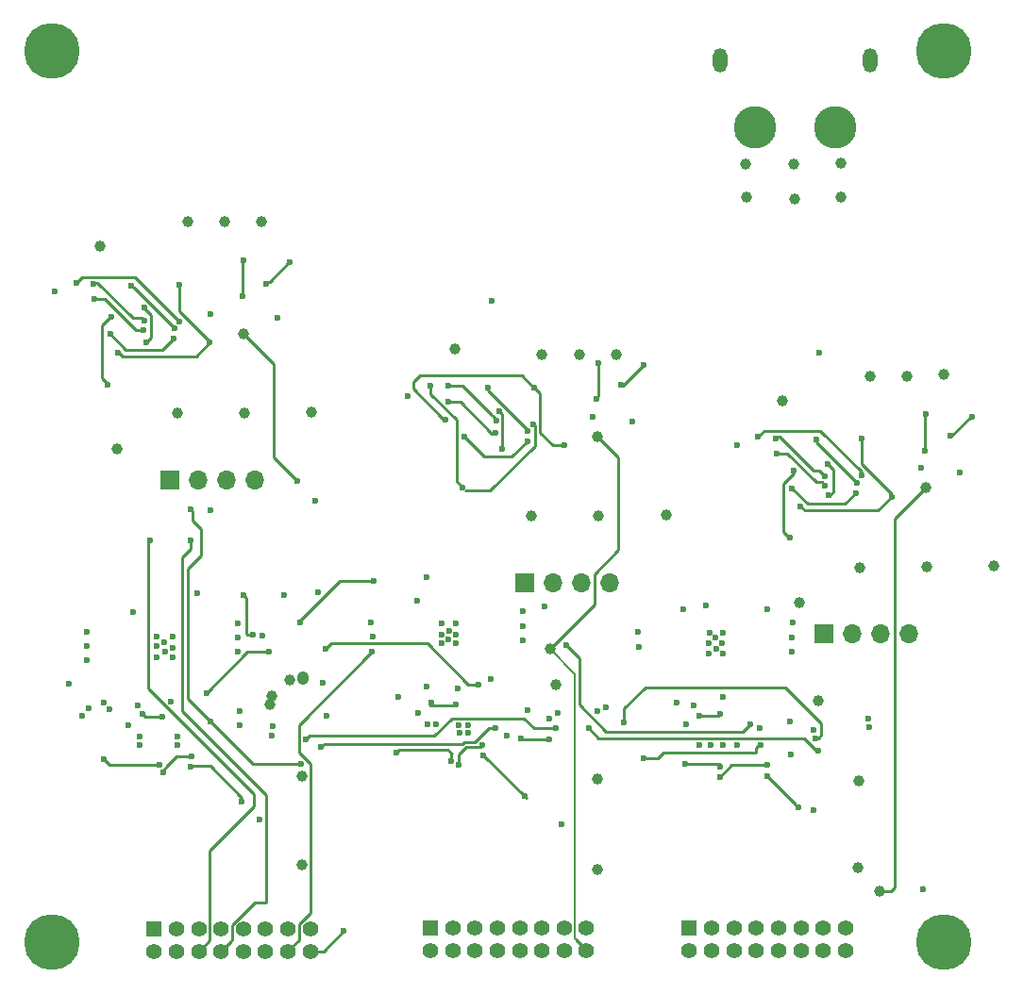
<source format=gbr>
%TF.GenerationSoftware,KiCad,Pcbnew,9.0.0*%
%TF.CreationDate,2025-06-04T12:24:45-07:00*%
%TF.ProjectId,EPS_Scales_RevD,4550535f-5363-4616-9c65-735f52657644,rev?*%
%TF.SameCoordinates,Original*%
%TF.FileFunction,Copper,L4,Bot*%
%TF.FilePolarity,Positive*%
%FSLAX46Y46*%
G04 Gerber Fmt 4.6, Leading zero omitted, Abs format (unit mm)*
G04 Created by KiCad (PCBNEW 9.0.0) date 2025-06-04 12:24:45*
%MOMM*%
%LPD*%
G01*
G04 APERTURE LIST*
%TA.AperFunction,ComponentPad*%
%ADD10C,5.000000*%
%TD*%
%TA.AperFunction,ComponentPad*%
%ADD11R,1.400000X1.400000*%
%TD*%
%TA.AperFunction,ComponentPad*%
%ADD12C,1.400000*%
%TD*%
%TA.AperFunction,ComponentPad*%
%ADD13R,1.700000X1.700000*%
%TD*%
%TA.AperFunction,ComponentPad*%
%ADD14O,1.700000X1.700000*%
%TD*%
%TA.AperFunction,ComponentPad*%
%ADD15O,1.300000X2.200000*%
%TD*%
%TA.AperFunction,ComponentPad*%
%ADD16C,3.800000*%
%TD*%
%TA.AperFunction,ViaPad*%
%ADD17C,0.600000*%
%TD*%
%TA.AperFunction,ViaPad*%
%ADD18C,1.000000*%
%TD*%
%TA.AperFunction,Conductor*%
%ADD19C,0.250000*%
%TD*%
%TA.AperFunction,Conductor*%
%ADD20C,0.200000*%
%TD*%
%TA.AperFunction,Conductor*%
%ADD21C,1.000000*%
%TD*%
G04 APERTURE END LIST*
D10*
%TO.P,J3,1,1*%
%TO.N,GND*%
X160012800Y-37000000D03*
%TD*%
D11*
%TO.P,CN1,1,1*%
%TO.N,+5V_Perif*%
X193941000Y-115729000D03*
D12*
%TO.P,CN1,2,2*%
%TO.N,unconnected-(CN1-Pad2)*%
X193941000Y-117729000D03*
%TO.P,CN1,3,3*%
%TO.N,+5V_Perif*%
X195941000Y-115729000D03*
%TO.P,CN1,4,4*%
%TO.N,Net-(CN1-Pad4)*%
X195941000Y-117729000D03*
%TO.P,CN1,5,5*%
%TO.N,+5V_Perif*%
X197941000Y-115729000D03*
%TO.P,CN1,6,6*%
%TO.N,Net-(CN1-Pad6)*%
X197941000Y-117729000D03*
%TO.P,CN1,7,7*%
%TO.N,+5V_Perif*%
X199941000Y-115729000D03*
%TO.P,CN1,8,8*%
%TO.N,Net-(CN1-Pad8)*%
X199941000Y-117729000D03*
%TO.P,CN1,9,9*%
%TO.N,GND*%
X201941000Y-115729000D03*
%TO.P,CN1,10,10*%
%TO.N,Net-(CN1-Pad10)*%
X201941000Y-117729000D03*
%TO.P,CN1,11,11*%
%TO.N,GND*%
X203941000Y-115729000D03*
%TO.P,CN1,12,12*%
%TO.N,Net-(CN1-Pad12)*%
X203941000Y-117729000D03*
%TO.P,CN1,13,13*%
%TO.N,GND*%
X205941000Y-115729000D03*
%TO.P,CN1,14,14*%
%TO.N,Net-(CN1-Pad14)*%
X205941000Y-117729000D03*
%TO.P,CN1,15,15*%
%TO.N,GND*%
X207941000Y-115729000D03*
%TO.P,CN1,16,16*%
%TO.N,WDT_WDI_Perif*%
X207941000Y-117729000D03*
%TD*%
D13*
%TO.P,J8,1,Pin_1*%
%TO.N,+20V_Jetson*%
X229258200Y-89255200D03*
D14*
%TO.P,J8,2,Pin_2*%
X231798200Y-89255200D03*
%TO.P,J8,3,Pin_3*%
%TO.N,GND*%
X234338200Y-89255200D03*
%TO.P,J8,4,Pin_4*%
X236878200Y-89255200D03*
%TD*%
D13*
%TO.P,J7,1,Pin_1*%
%TO.N,+5V_Perif*%
X202383800Y-84709000D03*
D14*
%TO.P,J7,2,Pin_2*%
X204923800Y-84709000D03*
%TO.P,J7,3,Pin_3*%
%TO.N,GND*%
X207463800Y-84709000D03*
%TO.P,J7,4,Pin_4*%
X210003800Y-84709000D03*
%TD*%
D10*
%TO.P,J2,1,1*%
%TO.N,GND*%
X160012800Y-117000000D03*
%TD*%
D11*
%TO.P,J6,1,1*%
%TO.N,+20V_Jetson*%
X217167800Y-115696600D03*
D12*
%TO.P,J6,2,2*%
%TO.N,Net-(J6-Pad2)*%
X217167800Y-117696600D03*
%TO.P,J6,3,3*%
%TO.N,+20V_Jetson*%
X219167800Y-115696600D03*
%TO.P,J6,4,4*%
%TO.N,Net-(J6-Pad4)*%
X219167800Y-117696600D03*
%TO.P,J6,5,5*%
%TO.N,+20V_Jetson*%
X221167800Y-115696600D03*
%TO.P,J6,6,6*%
%TO.N,Net-(J6-Pad6)*%
X221167800Y-117696600D03*
%TO.P,J6,7,7*%
%TO.N,+20V_Jetson*%
X223167800Y-115696600D03*
%TO.P,J6,8,8*%
%TO.N,Net-(J6-Pad8)*%
X223167800Y-117696600D03*
%TO.P,J6,9,9*%
%TO.N,GND*%
X225167800Y-115696600D03*
%TO.P,J6,10,10*%
%TO.N,Net-(J6-Pad10)*%
X225167800Y-117696600D03*
%TO.P,J6,11,11*%
%TO.N,GND*%
X227167800Y-115696600D03*
%TO.P,J6,12,12*%
%TO.N,Net-(J6-Pad12)*%
X227167800Y-117696600D03*
%TO.P,J6,13,13*%
%TO.N,GND*%
X229167800Y-115696600D03*
%TO.P,J6,14,14*%
%TO.N,WDT_WDI_Jetson*%
X229167800Y-117696600D03*
%TO.P,J6,15,15*%
%TO.N,GND*%
X231167800Y-115696600D03*
%TO.P,J6,16,16*%
%TO.N,WDT_WDI_Jetson*%
X231167800Y-117696600D03*
%TD*%
D15*
%TO.P,U8,1,1*%
%TO.N,GND*%
X219901000Y-37815000D03*
%TO.P,U8,2,2*%
X233401000Y-37815000D03*
D16*
%TO.P,U8,3,+*%
%TO.N,+V_Batt*%
X223051000Y-43815000D03*
%TO.P,U8,4,-*%
%TO.N,GND*%
X230251000Y-43815000D03*
%TD*%
D11*
%TO.P,J10,1,1*%
%TO.N,+3.3V_OBC*%
X169157200Y-115798200D03*
D12*
%TO.P,J10,2,2*%
%TO.N,Net-(J10-Pad2)*%
X169157200Y-117798200D03*
%TO.P,J10,3,3*%
%TO.N,+3.3V_OBC*%
X171157200Y-115798200D03*
%TO.P,J10,4,4*%
%TO.N,Net-(J10-Pad4)*%
X171157200Y-117798200D03*
%TO.P,J10,5,5*%
%TO.N,+3.3V_OBC*%
X173157200Y-115798200D03*
%TO.P,J10,6,6*%
%TO.N,OBC SDA*%
X173157200Y-117798200D03*
%TO.P,J10,7,7*%
%TO.N,+3.3V_OBC*%
X175157200Y-115798200D03*
%TO.P,J10,8,8*%
%TO.N,OBC SCL*%
X175157200Y-117798200D03*
%TO.P,J10,9,9*%
%TO.N,GND*%
X177157200Y-115798200D03*
%TO.P,J10,10,10*%
%TO.N,Net-(J10-Pad10)*%
X177157200Y-117798200D03*
%TO.P,J10,11,11*%
%TO.N,GND*%
X179157200Y-115798200D03*
%TO.P,J10,12,12*%
%TO.N,OBC_EN_JETSON*%
X179157200Y-117798200D03*
%TO.P,J10,13,13*%
%TO.N,GND*%
X181157200Y-115798200D03*
%TO.P,J10,14,14*%
%TO.N,OBC_EN_PERIF*%
X181157200Y-117798200D03*
%TO.P,J10,15,15*%
%TO.N,GND*%
X183157200Y-115798200D03*
%TO.P,J10,16,16*%
%TO.N,WDT_WDI_OBC*%
X183157200Y-117798200D03*
%TD*%
D10*
%TO.P,J5,1,1*%
%TO.N,GND*%
X240012800Y-37000000D03*
%TD*%
D13*
%TO.P,J18,1,Pin_1*%
%TO.N,+3.3V_OBC*%
X170596474Y-75468400D03*
D14*
%TO.P,J18,2,Pin_2*%
X173136474Y-75468400D03*
%TO.P,J18,3,Pin_3*%
%TO.N,GND*%
X175676474Y-75468400D03*
%TO.P,J18,4,Pin_4*%
X178216474Y-75468400D03*
%TD*%
D10*
%TO.P,J4,1,1*%
%TO.N,GND*%
X240030000Y-116967000D03*
%TD*%
D17*
%TO.N,+V_Batt*%
X219583000Y-90678000D03*
X219517400Y-89662000D03*
X220091000Y-90170000D03*
X218948000Y-90170000D03*
X195580000Y-89789000D03*
X195611000Y-89043500D03*
X196215000Y-89408000D03*
X194945000Y-89408000D03*
X170180000Y-90932000D03*
X170053000Y-90043000D03*
X170815000Y-90551000D03*
X169418000Y-90424000D03*
X169418000Y-89535000D03*
X224178200Y-87121600D03*
D18*
X230793000Y-47067500D03*
D17*
X161544000Y-93795200D03*
X194976000Y-88392000D03*
D18*
X226543000Y-47092500D03*
D17*
X218996600Y-89204400D03*
D18*
X222243000Y-47117500D03*
D17*
X170815000Y-89535000D03*
X170815000Y-91440000D03*
X220165000Y-91033200D03*
X194976000Y-90170000D03*
X196246000Y-90170000D03*
X196246000Y-88392000D03*
X169418000Y-91440000D03*
X220165000Y-89204400D03*
X162687000Y-96647000D03*
X218895000Y-91033200D03*
%TO.N,GND*%
X202692000Y-96139000D03*
X226327400Y-90931600D03*
X205359000Y-96393000D03*
X223520000Y-97790000D03*
X197358000Y-98171000D03*
X226412800Y-88290000D03*
X196373000Y-94234000D03*
D18*
X203034200Y-78739600D03*
D17*
X228287800Y-97917000D03*
X212595800Y-89128200D03*
X163123200Y-90366200D03*
X200787000Y-98425000D03*
X226261000Y-100151800D03*
D18*
X172212000Y-52324000D03*
X238441800Y-83286200D03*
D17*
X233299000Y-97663000D03*
X191088000Y-94996000D03*
X226187000Y-97176600D03*
D18*
X215073800Y-78587200D03*
D17*
X171251200Y-98494200D03*
X202215000Y-88646000D03*
D18*
X232306200Y-110311800D03*
X240016600Y-66040000D03*
D17*
X160274000Y-58547000D03*
D18*
X164334474Y-54513000D03*
D17*
X173029200Y-85667200D03*
X165155200Y-96081200D03*
X170688000Y-95377000D03*
X193706000Y-97409000D03*
X228346000Y-105156000D03*
X184658000Y-96647000D03*
X199396700Y-59419600D03*
D18*
X244487000Y-83184600D03*
X230793000Y-50067500D03*
X171246874Y-69499000D03*
D17*
X212633635Y-90456660D03*
X221488000Y-99314000D03*
X167695200Y-95758000D03*
D18*
X207301400Y-64212600D03*
D17*
X220218000Y-99314000D03*
X197358000Y-97468000D03*
X167259000Y-87376000D03*
X212090000Y-70231000D03*
X216662000Y-87122000D03*
X209708000Y-95885000D03*
X183896000Y-85598000D03*
X218694000Y-86741000D03*
X208534000Y-69798800D03*
X216027000Y-95504000D03*
X193579000Y-84201000D03*
D18*
X236728000Y-66167000D03*
D17*
X202215000Y-87249000D03*
X163250200Y-95954200D03*
D18*
X203948600Y-64212600D03*
D17*
X188626000Y-88265000D03*
D18*
X226593000Y-50242500D03*
D17*
X221488000Y-72390000D03*
X176839200Y-97478200D03*
D18*
X208946000Y-102362000D03*
D17*
X166806200Y-97478200D03*
X219075000Y-99314000D03*
D18*
X225535000Y-68351000D03*
D17*
X163123200Y-91636200D03*
X233201200Y-96922600D03*
X176624200Y-90874200D03*
X174193274Y-60558200D03*
X176839200Y-96208200D03*
X226325600Y-89636200D03*
X163123200Y-89096200D03*
X171251200Y-99256200D03*
X194437000Y-97409000D03*
X176624200Y-89604200D03*
D18*
X196121800Y-63753600D03*
X182427200Y-102050200D03*
X209028600Y-78688800D03*
X233361800Y-66167000D03*
X210603400Y-64263400D03*
D17*
X191897000Y-67945000D03*
X193628000Y-94022000D03*
D18*
X232447400Y-83337000D03*
D17*
X218059000Y-99314000D03*
D18*
X182427200Y-110051200D03*
D17*
X178617200Y-105987200D03*
X196596000Y-98171000D03*
X174244000Y-78232000D03*
X176624200Y-88334200D03*
X188753000Y-89535000D03*
D18*
X177241274Y-69448200D03*
D17*
X237998000Y-74396200D03*
X192786000Y-86360000D03*
X180213000Y-60960000D03*
X228809900Y-64017000D03*
D18*
X232357000Y-102488600D03*
X183286474Y-69346600D03*
D17*
X205740000Y-106426000D03*
X220165000Y-94944800D03*
X216913800Y-97383200D03*
X167822200Y-98494200D03*
X192817000Y-96393000D03*
X202215000Y-89916000D03*
X184277000Y-93726000D03*
X217587800Y-95718542D03*
X238148200Y-112242200D03*
D18*
X175514000Y-52324000D03*
D17*
X204187100Y-86868000D03*
X167822200Y-99256200D03*
X178871200Y-89477200D03*
D18*
X178816074Y-52324000D03*
D17*
X164647200Y-95504000D03*
X183642000Y-77343000D03*
D18*
X208946000Y-110490000D03*
D17*
X208946000Y-96266000D03*
X196469000Y-97536000D03*
X241427000Y-74803000D03*
X179760200Y-97605200D03*
D18*
X222268000Y-50067500D03*
D17*
%TO.N,/Perif_Subsystem/WD_Perif/WDT-VIN*%
X200152000Y-69342000D03*
X200332194Y-72713002D03*
D18*
%TO.N,WDT_WDI_Perif*%
X208938200Y-71576800D03*
X204669800Y-90678000D03*
D17*
%TO.N,Net-(U6C--)*%
X203237400Y-67157200D03*
X205929800Y-72389600D03*
X195326000Y-70104000D03*
%TO.N,Net-(U1-BST)*%
X219961800Y-101219000D03*
X216812200Y-100939200D03*
%TO.N,Net-(U1-INTVCC)*%
X219936638Y-102112318D03*
X224178200Y-101066200D03*
%TO.N,Net-(U1-FB)*%
X226949000Y-104902000D03*
X224178200Y-102082200D03*
%TO.N,+3.3V_OBC*%
X180848000Y-85852000D03*
D18*
X179578000Y-95631000D03*
D17*
X204597000Y-96901000D03*
X179705000Y-98425000D03*
D18*
X182499000Y-93218000D03*
D17*
X228473000Y-98679000D03*
X199390000Y-93345000D03*
D18*
X179705000Y-94869000D03*
X165862074Y-72648600D03*
X181284200Y-93414200D03*
D17*
X211328000Y-97282000D03*
D18*
%TO.N,+20V_Jetson*%
X228699400Y-95325800D03*
X227062600Y-86486600D03*
%TO.N,WDT_WDI_Jetson*%
X234211200Y-112369200D03*
X238351400Y-76174200D03*
D17*
%TO.N,Net-(U4C--)*%
X235343000Y-76987000D03*
X232650600Y-71754600D03*
X227089200Y-77850600D03*
%TO.N,Net-(U4D--)*%
X228535800Y-71805400D03*
X232193400Y-75717000D03*
%TO.N,Net-(U3-FB)*%
X172466000Y-101219000D03*
X177038000Y-104394000D03*
%TO.N,Net-(U3-BST)*%
X169600200Y-101092000D03*
X164647200Y-100526200D03*
%TO.N,Net-(U3-INTVCC)*%
X172521200Y-100272200D03*
X170008618Y-101732935D03*
%TO.N,Net-(U6D--)*%
X202692000Y-71120000D03*
X199122600Y-67208000D03*
%TO.N,Net-(U13-BST)*%
X190912000Y-99949000D03*
X195832154Y-100677233D03*
%TO.N,Net-(U13-INTVCC)*%
X198628000Y-99314000D03*
X196469000Y-101092000D03*
%TO.N,/OBC_Subsystem/WD_OBC/WDT-VIN*%
X168299484Y-60012926D03*
X168471889Y-63109317D03*
%TO.N,/Jetson_Subsystem/WD_Jetson/WDT-VIN*%
X229616000Y-74041000D03*
X229696515Y-76837982D03*
%TO.N,Net-(U13-FB)*%
X202438000Y-103886000D03*
X198651200Y-100177200D03*
D18*
%TO.N,WDT_WDI_OBC*%
X177150874Y-62336200D03*
D17*
X182006874Y-75604200D03*
X186182000Y-115951000D03*
%TO.N,Net-(U14C--)*%
X165875200Y-64012600D03*
X171450074Y-57916600D03*
X174142474Y-63149000D03*
%TO.N,Net-(U14D--)*%
X167132000Y-58039000D03*
X170992874Y-61879000D03*
D18*
%TO.N,+5V_Perif*%
X205177800Y-93853000D03*
D17*
%TO.N,OBC SDA*%
X168783000Y-80899000D03*
%TO.N,OBC SCL*%
X172466000Y-80899000D03*
%TO.N,OBC_EN_PERIF*%
X188722000Y-90932000D03*
%TO.N,Net-(JP1-A)*%
X238289400Y-72821400D03*
X238391000Y-69570200D03*
%TO.N,Net-(JP2-A)*%
X208876200Y-68224000D03*
X208977800Y-64972800D03*
%TO.N,Net-(JP5-A)*%
X177088874Y-58983400D03*
X177190474Y-55732200D03*
%TO.N,Net-(U4B--)*%
X224979800Y-73075400D03*
X229324245Y-75973560D03*
%TO.N,/Jetson_Subsystem/WD_Jetson/WDT-VP*%
X229362000Y-75184000D03*
X224917000Y-71755000D03*
%TO.N,Net-(R20-Pad1)*%
X242505800Y-69773400D03*
X240588830Y-71535005D03*
%TO.N,Net-(U4C-+)*%
X226402200Y-76225000D03*
X232091800Y-76631400D03*
%TO.N,Net-(D3-K)*%
X223354200Y-71602200D03*
X232599800Y-75056600D03*
X226568000Y-74676000D03*
X226187000Y-80645000D03*
%TO.N,Net-(U6B--)*%
X195566600Y-68478000D03*
X199756800Y-71247000D03*
%TO.N,/Perif_Subsystem/WD_Perif/WDT-VP*%
X199821000Y-70129683D03*
X195580000Y-67004800D03*
%TO.N,Net-(U7-MOD)*%
X178054000Y-89408000D03*
X177165000Y-85852000D03*
%TO.N,Net-(R39-Pad1)*%
X213092600Y-65176000D03*
X211074000Y-66929000D03*
%TO.N,SDA*%
X202057000Y-98679000D03*
X199771000Y-97790000D03*
X172445185Y-78121036D03*
X182372000Y-100965000D03*
X184150000Y-99441000D03*
X213106000Y-100457000D03*
X174244000Y-97155000D03*
X223549735Y-99299614D03*
X204597000Y-98806000D03*
%TO.N,SCL*%
X205232000Y-97790000D03*
X182753000Y-98806000D03*
X208153000Y-97790000D03*
X228727000Y-99822000D03*
%TO.N,Net-(U1-EN{slash}UV)*%
X218082200Y-96646600D03*
X219964000Y-96520000D03*
%TO.N,Net-(U3-EN{slash}UV)*%
X168148000Y-96520000D03*
X169926000Y-96705198D03*
%TO.N,Net-(U6C-+)*%
X202678600Y-72034000D03*
X196989000Y-71627600D03*
%TO.N,Net-(D8-K)*%
X196850000Y-76200000D03*
X203186600Y-70459200D03*
X193941000Y-67004800D03*
%TO.N,Net-(U13-EN{slash}UV)*%
X196215000Y-95631000D03*
X194056000Y-95504000D03*
%TO.N,Net-(U14B--)*%
X163779274Y-59237400D03*
X168233190Y-61999505D03*
%TO.N,/OBC_Subsystem/WD_OBC/WDT-VP*%
X163703000Y-57912000D03*
X168268015Y-61145331D03*
%TO.N,Net-(R93-Pad1)*%
X181305274Y-55935400D03*
X179197000Y-57912000D03*
%TO.N,Net-(U14C-+)*%
X165201674Y-62387000D03*
X170891274Y-62793400D03*
%TO.N,Net-(D12-K)*%
X171399274Y-61218600D03*
X164973000Y-66929000D03*
X162153674Y-57764200D03*
X165354000Y-60833000D03*
%TO.N,SYNC_PHASE3*%
X222631000Y-97409000D03*
X206121000Y-90297000D03*
X188849000Y-84582000D03*
X182245000Y-88265000D03*
%TO.N,SYNC_PHASE1*%
X173863000Y-94615000D03*
X179451000Y-90932000D03*
%TO.N,SYNC_PHASE2*%
X198247000Y-93853000D03*
X184531000Y-90678000D03*
%TD*%
D19*
%TO.N,GND*%
X238148200Y-112115200D02*
X238148200Y-111988200D01*
X200787000Y-98425000D02*
X200660000Y-98298000D01*
X228346000Y-105156000D02*
X228219000Y-105156000D01*
X218694000Y-86741000D02*
X218567000Y-86741000D01*
%TO.N,/Perif_Subsystem/WD_Perif/WDT-VIN*%
X200341800Y-72703396D02*
X200341800Y-70475000D01*
X200406000Y-69596000D02*
X200152000Y-69342000D01*
X200406000Y-70410800D02*
X200406000Y-69596000D01*
X200341800Y-70475000D02*
X200406000Y-70410800D01*
X200332194Y-72713002D02*
X200341800Y-72703396D01*
%TO.N,WDT_WDI_Perif*%
X204669800Y-90678000D02*
X208661000Y-86686800D01*
D20*
X206910800Y-113129200D02*
X206910800Y-116613800D01*
X206910800Y-92919000D02*
X206910800Y-113129200D01*
D19*
X206955800Y-116713000D02*
X207971800Y-117729000D01*
X208661000Y-83947000D02*
X210820000Y-81788000D01*
D20*
X204669800Y-90678000D02*
X206910800Y-92919000D01*
X206910800Y-116613800D02*
X207010000Y-116713000D01*
D19*
X210820000Y-81788000D02*
X210820000Y-73458600D01*
X210820000Y-73458600D02*
X208938200Y-71576800D01*
X208661000Y-86686800D02*
X208661000Y-83947000D01*
%TO.N,Net-(U6C--)*%
X192389712Y-67303582D02*
X192389712Y-66714813D01*
X203780800Y-67700600D02*
X203780800Y-71247000D01*
X192389712Y-66714813D02*
X192978482Y-66126043D01*
X204923800Y-72390000D02*
X205939800Y-72390000D01*
X202143043Y-66126043D02*
X203200000Y-67183000D01*
X195063130Y-69977000D02*
X192389712Y-67303582D01*
X203780800Y-71247000D02*
X204923800Y-72390000D01*
X195199000Y-69977000D02*
X195063130Y-69977000D01*
X203237400Y-67157200D02*
X203780800Y-67700600D01*
X192978482Y-66126043D02*
X202143043Y-66126043D01*
X195326000Y-70104000D02*
X195199000Y-69977000D01*
%TO.N,Net-(U1-BST)*%
X219961800Y-100990000D02*
X219911000Y-100939200D01*
X219911000Y-100939200D02*
X216812200Y-100939200D01*
X219961800Y-101219000D02*
X219961800Y-100990000D01*
%TO.N,Net-(U1-INTVCC)*%
X224127400Y-101015400D02*
X224178200Y-101066200D01*
X219936638Y-102112318D02*
X220956956Y-101092000D01*
X220956956Y-101092000D02*
X224155000Y-101092000D01*
%TO.N,Net-(U1-FB)*%
X226718200Y-104622200D02*
X224178200Y-102082200D01*
X226949000Y-104902000D02*
X226718200Y-104671200D01*
X226718200Y-104671200D02*
X226718200Y-104622200D01*
%TO.N,+3.3V_OBC*%
X213200600Y-94139400D02*
X211328000Y-96012000D01*
X228473000Y-98679000D02*
X228727000Y-98679000D01*
X211328000Y-96012000D02*
X211328000Y-97282000D01*
X228981000Y-97317923D02*
X225802477Y-94139400D01*
X228981000Y-97317923D02*
X228981000Y-98425000D01*
X225802477Y-94139400D02*
X213200600Y-94139400D01*
D21*
X182499000Y-93218000D02*
X182499000Y-93345000D01*
D19*
X228727000Y-98679000D02*
X228905409Y-98500591D01*
X228981000Y-98425000D02*
X228854000Y-98552000D01*
%TO.N,WDT_WDI_Jetson*%
X234211200Y-112369200D02*
X235278000Y-112369200D01*
X235585000Y-78940600D02*
X238351400Y-76174200D01*
X235278000Y-112369200D02*
X235585000Y-112062200D01*
X235585000Y-112062200D02*
X235585000Y-78940600D01*
%TO.N,Net-(U4C--)*%
X227164200Y-77850600D02*
X227537800Y-78224200D01*
X235343000Y-76720000D02*
X232650600Y-74027600D01*
X227537800Y-78224200D02*
X234105800Y-78224200D01*
X235343000Y-76987000D02*
X235343000Y-76720000D01*
X234105800Y-78224200D02*
X235343000Y-76987000D01*
X232650600Y-74027600D02*
X232650600Y-71754600D01*
%TO.N,Net-(U4D--)*%
X228535800Y-72059400D02*
X228535800Y-71805400D01*
X232193400Y-75717000D02*
X228535800Y-72059400D01*
%TO.N,Net-(U3-FB)*%
X172523800Y-101161200D02*
X174172200Y-101161200D01*
X172466000Y-101219000D02*
X172523800Y-101161200D01*
X177038000Y-104027000D02*
X177038000Y-104394000D01*
X174172200Y-101161200D02*
X177038000Y-104027000D01*
%TO.N,Net-(U3-BST)*%
X169542400Y-101034200D02*
X165155200Y-101034200D01*
X165155200Y-101034200D02*
X164647200Y-100526200D01*
X169600200Y-101092000D02*
X169542400Y-101034200D01*
%TO.N,Net-(U3-INTVCC)*%
X171124200Y-100272200D02*
X172521200Y-100272200D01*
X170008618Y-101512312D02*
X170186200Y-101334730D01*
X170186200Y-101334730D02*
X170186200Y-101210200D01*
X170008618Y-101732935D02*
X170008618Y-101512312D01*
X170186200Y-101210200D02*
X171124200Y-100272200D01*
%TO.N,Net-(U6D--)*%
X202692000Y-71031400D02*
X199081800Y-67421200D01*
X199081800Y-67421200D02*
X199081800Y-67183000D01*
X202692000Y-71120000D02*
X202692000Y-71031400D01*
%TO.N,Net-(U13-BST)*%
X191166000Y-99695000D02*
X190912000Y-99949000D01*
X195849500Y-100076000D02*
X195468500Y-99695000D01*
X195468500Y-99695000D02*
X191166000Y-99695000D01*
X195832154Y-100077846D02*
X195834000Y-100076000D01*
X195832154Y-100677233D02*
X195832154Y-100077846D01*
%TO.N,Net-(U13-INTVCC)*%
X197120290Y-99441000D02*
X198501000Y-99441000D01*
X196469000Y-101092000D02*
X196469000Y-100475035D01*
X196469000Y-100475035D02*
X196469000Y-100092290D01*
X196469000Y-100092290D02*
X197112145Y-99449145D01*
X198501000Y-99441000D02*
X198628000Y-99314000D01*
%TO.N,/OBC_Subsystem/WD_OBC/WDT-VIN*%
X168910000Y-62691874D02*
X168910000Y-60706000D01*
X168528999Y-63099175D02*
X168528999Y-63049031D01*
X168910000Y-60706000D02*
X168299484Y-60095484D01*
X168528999Y-63049031D02*
X168552843Y-63049031D01*
X168299484Y-60095484D02*
X168299484Y-60012926D01*
X168471889Y-63109317D02*
X168518857Y-63109317D01*
X168518857Y-63109317D02*
X168528999Y-63099175D01*
X168552843Y-63049031D02*
X168910000Y-62691874D01*
%TO.N,/Jetson_Subsystem/WD_Jetson/WDT-VIN*%
X230124000Y-74549000D02*
X229616000Y-74041000D01*
X230124000Y-76516400D02*
X230124000Y-74549000D01*
X229696515Y-76837982D02*
X229739534Y-76881001D01*
X229739534Y-76881001D02*
X229759399Y-76881001D01*
X229759399Y-76881001D02*
X230124000Y-76516400D01*
%TO.N,Net-(U13-FB)*%
X202438000Y-103886000D02*
X202539200Y-103987200D01*
X202539200Y-103987200D02*
X202588200Y-103987200D01*
X202360000Y-103886000D02*
X202438000Y-103886000D01*
X198651200Y-100177200D02*
X202360000Y-103886000D01*
%TO.N,WDT_WDI_OBC*%
X184334800Y-117798200D02*
X186182000Y-115951000D01*
X179847874Y-65033200D02*
X179847874Y-73445200D01*
X179847874Y-73445200D02*
X182006874Y-75604200D01*
X183157200Y-117798200D02*
X184334800Y-117798200D01*
X177150874Y-62336200D02*
X179847874Y-65033200D01*
%TO.N,Net-(U14C--)*%
X171450074Y-60327337D02*
X171450074Y-57916600D01*
X165963674Y-64012600D02*
X166337274Y-64386200D01*
X172905274Y-64386200D02*
X174142474Y-63149000D01*
X174142474Y-63019737D02*
X171450074Y-60327337D01*
X166337274Y-64386200D02*
X172905274Y-64386200D01*
X174142474Y-63149000D02*
X174142474Y-63019737D01*
%TO.N,Net-(U14D--)*%
X167132000Y-58039000D02*
X167314400Y-58221400D01*
X167314400Y-58221400D02*
X167335274Y-58221400D01*
X167335274Y-58221400D02*
X170992874Y-61879000D01*
%TO.N,OBC SDA*%
X168656000Y-94234000D02*
X168656000Y-81026000D01*
X174162289Y-116793111D02*
X174162289Y-108772988D01*
X173157200Y-117798200D02*
X174162289Y-116793111D01*
X168656000Y-81026000D02*
X168783000Y-80899000D01*
X178127200Y-104808077D02*
X178127200Y-103705200D01*
X174162289Y-108772988D02*
X178127200Y-104808077D01*
X178127200Y-103705200D02*
X168656000Y-94234000D01*
%TO.N,OBC SCL*%
X171704000Y-96266000D02*
X179203200Y-103765200D01*
X171704000Y-82423000D02*
X171704000Y-96266000D01*
X176073200Y-116882200D02*
X175157200Y-117798200D01*
X172466000Y-80899000D02*
X172466000Y-81661000D01*
X179197000Y-113411000D02*
X178149985Y-113411000D01*
X176149000Y-115411985D02*
X176149000Y-116840000D01*
X179203200Y-103765200D02*
X179203200Y-113404800D01*
X178149985Y-113411000D02*
X176149000Y-115411985D01*
X179203200Y-113404800D02*
X179197000Y-113411000D01*
X172466000Y-81661000D02*
X171704000Y-82423000D01*
%TO.N,OBC_EN_PERIF*%
X183213200Y-100977470D02*
X183213200Y-114347785D01*
X182167000Y-97487000D02*
X182167000Y-99931270D01*
X188722000Y-90932000D02*
X182167000Y-97487000D01*
X182171200Y-116786800D02*
X181102000Y-117856000D01*
X182171200Y-115389785D02*
X182171200Y-116786800D01*
X182167000Y-99931270D02*
X183213200Y-100977470D01*
X183213200Y-114347785D02*
X182171200Y-115389785D01*
%TO.N,Net-(JP1-A)*%
X238289400Y-69671800D02*
X238391000Y-69570200D01*
X238289400Y-72821400D02*
X238289400Y-69671800D01*
%TO.N,Net-(JP2-A)*%
X208733800Y-68199000D02*
X208860800Y-68199000D01*
X208977800Y-64972800D02*
X208977800Y-67955000D01*
X208977800Y-67955000D02*
X208733800Y-68199000D01*
%TO.N,Net-(JP5-A)*%
X177088874Y-58983400D02*
X177088874Y-55833800D01*
X177088874Y-55833800D02*
X177190474Y-55732200D01*
%TO.N,Net-(U4B--)*%
X229324245Y-75973560D02*
X229042685Y-75692000D01*
X229042685Y-75692000D02*
X228561600Y-75692000D01*
X225945000Y-73075400D02*
X224979800Y-73075400D01*
X228561600Y-75692000D02*
X225945000Y-73075400D01*
%TO.N,/Jetson_Subsystem/WD_Jetson/WDT-VP*%
X225069800Y-71602200D02*
X224917000Y-71755000D01*
X225274229Y-71602200D02*
X225069800Y-71602200D01*
X229362000Y-75184000D02*
X228854000Y-74676000D01*
X228854000Y-74676000D02*
X228348029Y-74676000D01*
X228348029Y-74676000D02*
X225274229Y-71602200D01*
%TO.N,Net-(R20-Pad1)*%
X240693395Y-71535005D02*
X242455000Y-69773400D01*
X240588830Y-71535005D02*
X240693395Y-71535005D01*
X242455000Y-69773400D02*
X242505800Y-69773400D01*
%TO.N,Net-(U4C-+)*%
X227809923Y-77632723D02*
X226402200Y-76225000D01*
X232091800Y-76631400D02*
X231090477Y-77632723D01*
X231090477Y-77632723D02*
X227809923Y-77632723D01*
%TO.N,Net-(D3-K)*%
X226568000Y-74930000D02*
X226568000Y-74676000D01*
X225640200Y-75857800D02*
X226568000Y-74930000D01*
X223880200Y-71076200D02*
X223354200Y-71602200D01*
X228937200Y-71076200D02*
X223880200Y-71076200D01*
X232599800Y-75056600D02*
X232599800Y-74738800D01*
X225640200Y-80136600D02*
X225640200Y-75857800D01*
X232599800Y-74738800D02*
X228937200Y-71076200D01*
X226187000Y-80645000D02*
X226148600Y-80645000D01*
X226148600Y-80645000D02*
X225640200Y-80136600D01*
%TO.N,Net-(U6B--)*%
X196621000Y-68478000D02*
X199462800Y-71319800D01*
X195566600Y-68478000D02*
X196621000Y-68478000D01*
X199462800Y-71319800D02*
X199462800Y-71374000D01*
%TO.N,/Perif_Subsystem/WD_Perif/WDT-VP*%
X199821000Y-70027000D02*
X199517000Y-69723000D01*
X199465683Y-69671683D02*
X196850000Y-67056000D01*
X199821000Y-70129683D02*
X199821000Y-70027000D01*
X196850000Y-67056000D02*
X195580000Y-67056000D01*
%TO.N,Net-(U7-MOD)*%
X177419000Y-86106000D02*
X177419000Y-89281000D01*
X177165000Y-85852000D02*
X177419000Y-86106000D01*
X177419000Y-89281000D02*
X177546000Y-89408000D01*
X177546000Y-89408000D02*
X178054000Y-89408000D01*
%TO.N,Net-(R39-Pad1)*%
X211213000Y-66989800D02*
X213051800Y-65151000D01*
X211074000Y-66929000D02*
X211134800Y-66989800D01*
X211134800Y-66989800D02*
X211213000Y-66989800D01*
%TO.N,SDA*%
X202184000Y-98806000D02*
X204597000Y-98806000D01*
X214884000Y-99949000D02*
X214376000Y-100457000D01*
X223139000Y-99949000D02*
X214884000Y-99949000D01*
X196950048Y-99030000D02*
X197290532Y-99030000D01*
X172212000Y-83439000D02*
X172212000Y-95123000D01*
X182372000Y-100965000D02*
X182245000Y-100965000D01*
X174244000Y-97155000D02*
X178054000Y-100965000D01*
X172593000Y-78268851D02*
X172593000Y-79121000D01*
X178054000Y-100965000D02*
X182372000Y-100965000D01*
X173355000Y-79883000D02*
X173355000Y-82296000D01*
X223139000Y-99568000D02*
X223139000Y-99949000D01*
X172593000Y-79121000D02*
X173355000Y-79883000D01*
X197290532Y-99030000D02*
X197945123Y-99030000D01*
X199185123Y-97790000D02*
X199771000Y-97790000D01*
X223407386Y-99299614D02*
X223139000Y-99568000D01*
X173355000Y-82296000D02*
X172212000Y-83439000D01*
X196811048Y-99169000D02*
X196950048Y-99030000D01*
X184422000Y-99169000D02*
X196811048Y-99169000D01*
X184150000Y-99441000D02*
X184422000Y-99169000D01*
X214376000Y-100457000D02*
X213106000Y-100457000D01*
X223549735Y-99299614D02*
X223407386Y-99299614D01*
X197945123Y-99030000D02*
X199185123Y-97790000D01*
X172445185Y-78121036D02*
X172593000Y-78268851D01*
X202057000Y-98679000D02*
X202184000Y-98806000D01*
X172212000Y-95123000D02*
X174244000Y-97155000D01*
%TO.N,SCL*%
X194310000Y-98425000D02*
X195852000Y-96883000D01*
X209042000Y-98679000D02*
X208153000Y-97790000D01*
X228600000Y-99822000D02*
X227457000Y-98679000D01*
X202342123Y-96883000D02*
X203249123Y-97790000D01*
X183134000Y-98425000D02*
X194310000Y-98425000D01*
X182753000Y-98806000D02*
X183134000Y-98425000D01*
X203249123Y-97790000D02*
X205232000Y-97790000D01*
X195852000Y-96883000D02*
X202342123Y-96883000D01*
X227457000Y-98679000D02*
X209042000Y-98679000D01*
X228727000Y-99822000D02*
X228600000Y-99822000D01*
%TO.N,Net-(U1-EN{slash}UV)*%
X218082200Y-96646600D02*
X219834800Y-96646600D01*
%TO.N,Net-(U3-EN{slash}UV)*%
X169914998Y-96716200D02*
X168344200Y-96716200D01*
X168344200Y-96716200D02*
X168148000Y-96520000D01*
X169926000Y-96705198D02*
X169914998Y-96716200D01*
%TO.N,Net-(U6C-+)*%
X201240800Y-73406000D02*
X202637800Y-72009000D01*
X196989000Y-71627600D02*
X198767400Y-73406000D01*
X198767400Y-73406000D02*
X201240800Y-73406000D01*
%TO.N,Net-(D8-K)*%
X199263000Y-76454000D02*
X197049800Y-76454000D01*
X193941000Y-67757200D02*
X196287800Y-70104000D01*
X196850000Y-76200000D02*
X196850000Y-76162200D01*
X203306200Y-72410800D02*
X199263000Y-76454000D01*
X203186600Y-70459200D02*
X203306200Y-70578800D01*
X203306200Y-70578800D02*
X203306200Y-72410800D01*
X193941000Y-67004800D02*
X193941000Y-67757200D01*
X196287800Y-75600000D02*
X196287800Y-70104000D01*
X196850000Y-76162200D02*
X196287800Y-75600000D01*
%TO.N,Net-(U13-EN{slash}UV)*%
X193960000Y-95758000D02*
X193833000Y-95631000D01*
X196088000Y-95758000D02*
X193960000Y-95758000D01*
X196215000Y-95631000D02*
X196088000Y-95758000D01*
%TO.N,Net-(U14B--)*%
X168209715Y-62022980D02*
X167530054Y-62022980D01*
X168233190Y-61999505D02*
X168209715Y-62022980D01*
X164744474Y-59237400D02*
X163779274Y-59237400D01*
X167530054Y-62022980D02*
X164744474Y-59237400D01*
%TO.N,/OBC_Subsystem/WD_OBC/WDT-VP*%
X167227551Y-60918048D02*
X164073703Y-57764200D01*
X164073703Y-57764200D02*
X163850800Y-57764200D01*
X168040732Y-60918048D02*
X167227551Y-60918048D01*
X163850800Y-57764200D02*
X163703000Y-57912000D01*
X168268015Y-61145331D02*
X168040732Y-60918048D01*
%TO.N,Net-(R93-Pad1)*%
X181254474Y-55935400D02*
X181305274Y-55935400D01*
X179434709Y-57674291D02*
X179515583Y-57674291D01*
X179197000Y-57912000D02*
X179434709Y-57674291D01*
X179515583Y-57674291D02*
X181254474Y-55935400D01*
%TO.N,Net-(U14C-+)*%
X166609397Y-63794723D02*
X169889951Y-63794723D01*
X169889951Y-63794723D02*
X170891274Y-62793400D01*
X165201674Y-62387000D02*
X166609397Y-63794723D01*
%TO.N,Net-(D12-K)*%
X164439674Y-61620326D02*
X164439674Y-66298600D01*
X167418874Y-57238200D02*
X162679674Y-57238200D01*
X164973000Y-66831926D02*
X164973000Y-66929000D01*
X164439674Y-66298600D02*
X164973000Y-66831926D01*
X165354000Y-60833000D02*
X165227000Y-60833000D01*
X165227000Y-60833000D02*
X164439674Y-61620326D01*
X162679674Y-57238200D02*
X162153674Y-57764200D01*
X171399274Y-61218600D02*
X167418874Y-57238200D01*
%TO.N,SYNC_PHASE3*%
X185801000Y-84582000D02*
X182245000Y-88138000D01*
X207296800Y-95663800D02*
X207296800Y-91472800D01*
X209695000Y-98062000D02*
X207296800Y-95663800D01*
X222631000Y-97409000D02*
X221978000Y-98062000D01*
X221978000Y-98062000D02*
X209695000Y-98062000D01*
X207296800Y-91472800D02*
X206121000Y-90297000D01*
X188849000Y-84582000D02*
X185801000Y-84582000D01*
%TO.N,SYNC_PHASE1*%
X173863000Y-94615000D02*
X177546000Y-90932000D01*
X177546000Y-90932000D02*
X179324000Y-90932000D01*
%TO.N,SYNC_PHASE2*%
X185039000Y-90170000D02*
X193675000Y-90170000D01*
X197358000Y-93853000D02*
X198247000Y-93853000D01*
X184531000Y-90678000D02*
X185039000Y-90170000D01*
X193675000Y-90170000D02*
X197358000Y-93853000D01*
%TD*%
M02*

</source>
